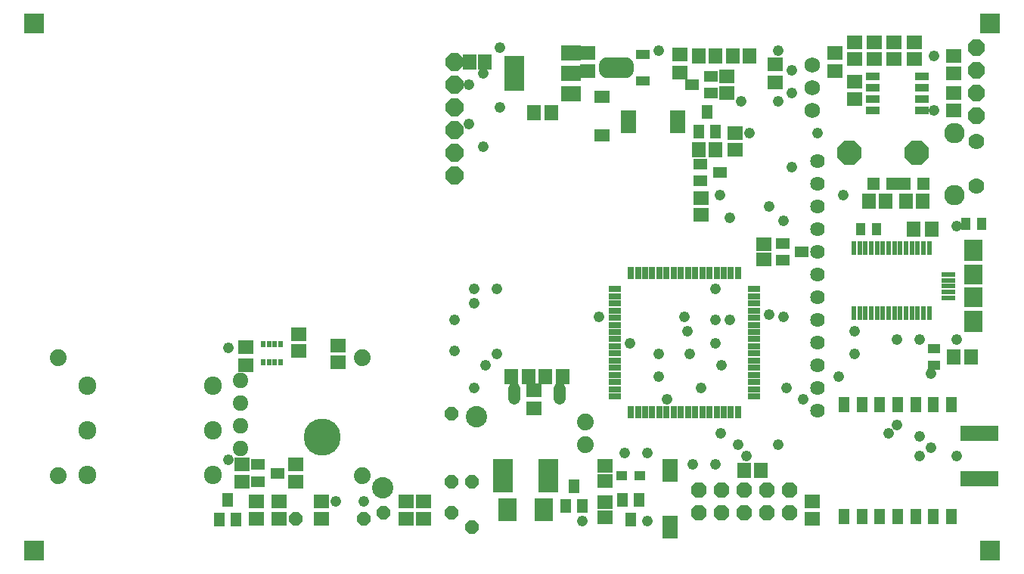
<source format=gbs>
G75*
G70*
%OFA0B0*%
%FSLAX24Y24*%
%IPPOS*%
%LPD*%
%AMOC8*
5,1,8,0,0,1.08239X$1,22.5*
%
%ADD10R,0.1680X0.0680*%
%ADD11C,0.0520*%
%ADD12R,0.0592X0.0710*%
%ADD13R,0.0710X0.0592*%
%ADD14OC8,0.0680*%
%ADD15C,0.0740*%
%ADD16R,0.0550X0.0300*%
%ADD17R,0.0300X0.0550*%
%ADD18R,0.0592X0.0671*%
%ADD19R,0.0395X0.0552*%
%ADD20R,0.0217X0.0630*%
%ADD21R,0.0631X0.0237*%
%ADD22R,0.0828X0.0867*%
%ADD23R,0.0828X0.0946*%
%ADD24R,0.0552X0.0552*%
%ADD25C,0.0680*%
%ADD26OC8,0.0740*%
%ADD27R,0.0671X0.0592*%
%ADD28R,0.0552X0.0395*%
%ADD29R,0.0710X0.0986*%
%ADD30OC8,0.0600*%
%ADD31R,0.0474X0.0631*%
%ADD32R,0.0474X0.0395*%
%ADD33R,0.0789X0.1025*%
%ADD34R,0.0631X0.0474*%
%ADD35R,0.0474X0.0671*%
%ADD36C,0.0940*%
%ADD37C,0.0702*%
%ADD38C,0.1630*%
%ADD39C,0.0612*%
%ADD40R,0.0218X0.0277*%
%ADD41R,0.0592X0.0356*%
%ADD42OC8,0.0780*%
%ADD43C,0.0640*%
%ADD44C,0.0900*%
%ADD45C,0.0700*%
%ADD46R,0.0631X0.0395*%
%ADD47C,0.0660*%
%ADD48R,0.0671X0.1025*%
%ADD49R,0.0870X0.0670*%
%ADD50R,0.0870X0.1580*%
%ADD51OC8,0.1080*%
%ADD52R,0.0659X0.0580*%
%ADD53R,0.0880X0.1480*%
%ADD54R,0.0867X0.0867*%
%ADD55C,0.0476*%
D10*
X042632Y007572D03*
X042632Y009572D03*
D11*
X024132Y011102D02*
X024132Y011542D01*
X022132Y011542D02*
X022132Y011102D01*
D12*
X021988Y012072D03*
X022776Y012072D03*
X023488Y012072D03*
X024276Y012072D03*
X039738Y018572D03*
X040526Y018572D03*
X023776Y023697D03*
X022988Y023697D03*
D13*
X025382Y025554D03*
X025382Y026341D03*
X029429Y026273D03*
X029429Y025486D03*
X033632Y025841D03*
X033632Y025054D03*
X036257Y025554D03*
X036257Y026341D03*
X023007Y011466D03*
X023007Y010679D03*
X017382Y006591D03*
X017382Y005804D03*
X013632Y005804D03*
X013632Y006591D03*
X011757Y006591D03*
X011757Y005804D03*
X010309Y012594D03*
X010309Y013381D03*
X035257Y006591D03*
X035257Y005804D03*
D14*
X034257Y006072D03*
X033257Y006072D03*
X032257Y006072D03*
X031257Y006072D03*
X030257Y006072D03*
X030257Y007072D03*
X031257Y007072D03*
X032257Y007072D03*
X033257Y007072D03*
X034257Y007072D03*
D15*
X025257Y009072D03*
X025257Y010072D03*
X015436Y007716D03*
X015436Y012924D03*
X002044Y012924D03*
X002044Y007716D03*
D16*
X026561Y011210D03*
X026561Y011525D03*
X026561Y011840D03*
X026561Y012155D03*
X026561Y012470D03*
X026561Y012785D03*
X026561Y013100D03*
X026561Y013415D03*
X026561Y013730D03*
X026561Y014045D03*
X026561Y014360D03*
X026561Y014675D03*
X026561Y014990D03*
X026561Y015305D03*
X026561Y015620D03*
X026561Y015934D03*
X032703Y015934D03*
X032703Y015620D03*
X032703Y015305D03*
X032703Y014990D03*
X032703Y014675D03*
X032703Y014360D03*
X032703Y014045D03*
X032703Y013730D03*
X032703Y013415D03*
X032703Y013100D03*
X032703Y012785D03*
X032703Y012470D03*
X032703Y012155D03*
X032703Y011840D03*
X032703Y011525D03*
X032703Y011210D03*
D17*
X031994Y010501D03*
X031679Y010501D03*
X031364Y010501D03*
X031049Y010501D03*
X030734Y010501D03*
X030419Y010501D03*
X030104Y010501D03*
X029789Y010501D03*
X029474Y010501D03*
X029159Y010501D03*
X028844Y010501D03*
X028529Y010501D03*
X028215Y010501D03*
X027900Y010501D03*
X027585Y010501D03*
X027270Y010501D03*
X027270Y016643D03*
X027585Y016643D03*
X027900Y016643D03*
X028215Y016643D03*
X028529Y016643D03*
X028844Y016643D03*
X029159Y016643D03*
X029474Y016643D03*
X029789Y016643D03*
X030104Y016643D03*
X030419Y016643D03*
X030734Y016643D03*
X031049Y016643D03*
X031364Y016643D03*
X031679Y016643D03*
X031994Y016643D03*
D18*
X037758Y019822D03*
X038506Y019822D03*
X039383Y019822D03*
X040131Y019822D03*
X031006Y022072D03*
X030258Y022072D03*
X030258Y026197D03*
X031006Y026197D03*
X031758Y026197D03*
X032506Y026197D03*
X020841Y025947D03*
X020172Y025947D03*
X041508Y012947D03*
X042256Y012947D03*
X033006Y007947D03*
X032258Y007947D03*
D19*
X037402Y018572D03*
X038111Y018572D03*
X042027Y018822D03*
X042736Y018822D03*
D20*
X040420Y017762D03*
X040164Y017762D03*
X039908Y017762D03*
X039652Y017762D03*
X039397Y017762D03*
X039141Y017762D03*
X038885Y017762D03*
X038629Y017762D03*
X038373Y017762D03*
X038117Y017762D03*
X037861Y017762D03*
X037605Y017762D03*
X037349Y017762D03*
X037093Y017762D03*
X037093Y014883D03*
X037349Y014883D03*
X037605Y014883D03*
X037861Y014883D03*
X038117Y014883D03*
X038373Y014883D03*
X038629Y014883D03*
X038885Y014883D03*
X039141Y014883D03*
X039397Y014883D03*
X039652Y014883D03*
X039908Y014883D03*
X040164Y014883D03*
X040420Y014883D03*
D21*
X041260Y015560D03*
X041260Y015816D03*
X041260Y016072D03*
X041260Y016328D03*
X041260Y016584D03*
D22*
X042382Y016564D03*
X042382Y015580D03*
D23*
X042382Y014497D03*
X042382Y017647D03*
D24*
X040170Y020572D03*
X039343Y020572D03*
X038795Y020572D03*
X037968Y020572D03*
D25*
X035257Y023822D03*
X035257Y024822D03*
X035257Y025822D03*
D26*
X042507Y025572D03*
X042507Y024572D03*
X042507Y023572D03*
X042507Y026572D03*
D27*
X041507Y026196D03*
X041507Y025448D03*
X041507Y024571D03*
X041507Y023823D03*
X039757Y026073D03*
X039757Y026821D03*
X038882Y026821D03*
X038882Y026073D03*
X038007Y026073D03*
X037132Y026073D03*
X037132Y026821D03*
X038007Y026821D03*
X037132Y025071D03*
X037132Y024323D03*
X031882Y022821D03*
X031882Y022073D03*
X031507Y024573D03*
X031507Y025321D03*
X030382Y019946D03*
X030382Y019198D03*
X033132Y017907D03*
X033132Y017238D03*
X026132Y008157D03*
X026132Y007488D03*
X026132Y006532D03*
X026132Y005863D03*
X018132Y005823D03*
X018132Y006571D03*
X012507Y007448D03*
X012507Y008196D03*
X010132Y008196D03*
X010132Y007448D03*
X010757Y006571D03*
X010757Y005823D03*
X014382Y012698D03*
X014382Y013446D03*
X012632Y013198D03*
X012632Y013946D03*
D28*
X040632Y013302D03*
X040632Y012593D03*
D29*
X029007Y007937D03*
X029007Y005457D03*
D30*
X020257Y005447D03*
X019382Y006072D03*
X019382Y007447D03*
X020257Y007447D03*
X016382Y006072D03*
X015507Y005822D03*
X012507Y005822D03*
X019382Y010447D03*
D31*
X024757Y007255D03*
X025131Y006389D03*
X024383Y006389D03*
X026883Y006630D03*
X027631Y006630D03*
X027257Y005764D03*
X009881Y005764D03*
X009133Y005764D03*
X009507Y006630D03*
X030258Y022889D03*
X031006Y022889D03*
X030632Y023755D03*
D32*
X027651Y007697D03*
X026863Y007697D03*
D33*
X023429Y006197D03*
X021835Y006197D03*
D34*
X011690Y007822D03*
X010824Y007448D03*
X010824Y008196D03*
X030324Y020698D03*
X030324Y021446D03*
X031190Y021072D03*
X033949Y017946D03*
X034815Y017572D03*
X033949Y017198D03*
X030815Y024573D03*
X029949Y024947D03*
X030815Y025321D03*
D35*
X036672Y010861D03*
X037460Y010861D03*
X038247Y010861D03*
X039034Y010861D03*
X039822Y010861D03*
X040609Y010861D03*
X041397Y010861D03*
X041397Y005900D03*
X040609Y005900D03*
X039822Y005900D03*
X039034Y005900D03*
X038247Y005900D03*
X037460Y005900D03*
X036672Y005900D03*
D36*
X020452Y010323D03*
X016318Y007170D03*
D37*
X008799Y007721D02*
X008799Y007799D01*
X008877Y007799D01*
X008877Y007721D01*
X008799Y007721D01*
X008800Y009689D02*
X008800Y009767D01*
X008878Y009767D01*
X008878Y009689D01*
X008800Y009689D01*
X008800Y011657D02*
X008800Y011735D01*
X008878Y011735D01*
X008878Y011657D01*
X008800Y011657D01*
X003257Y011659D02*
X003257Y011737D01*
X003335Y011737D01*
X003335Y011659D01*
X003257Y011659D01*
X003255Y009764D02*
X003255Y009686D01*
X003255Y009764D02*
X003333Y009764D01*
X003333Y009686D01*
X003255Y009686D01*
X003260Y007798D02*
X003260Y007720D01*
X003260Y007798D02*
X003338Y007798D01*
X003338Y007720D01*
X003260Y007720D01*
D38*
X013678Y009399D03*
D39*
X010087Y008865D02*
X010019Y008865D01*
X010019Y008933D01*
X010087Y008933D01*
X010087Y008865D01*
X010087Y009865D02*
X010019Y009865D01*
X010019Y009933D01*
X010087Y009933D01*
X010087Y009865D01*
X010087Y010865D02*
X010019Y010865D01*
X010019Y010933D01*
X010087Y010933D01*
X010087Y010865D01*
X010087Y011865D02*
X010019Y011865D01*
X010019Y011933D01*
X010087Y011933D01*
X010087Y011865D01*
D40*
X011068Y012711D03*
X011324Y012711D03*
X011580Y012711D03*
X011836Y012711D03*
X011836Y013518D03*
X011580Y013518D03*
X011324Y013518D03*
X011068Y013518D03*
D41*
X037924Y023822D03*
X037924Y024322D03*
X037924Y024822D03*
X037924Y025322D03*
X040090Y025322D03*
X040090Y024822D03*
X040090Y024322D03*
X040090Y023822D03*
D42*
X019507Y023947D03*
X019507Y022947D03*
X019507Y021947D03*
X019507Y020947D03*
X019507Y024947D03*
X019507Y025947D03*
D43*
X035507Y021572D03*
X035507Y020572D03*
X035507Y019572D03*
X035507Y018572D03*
X035507Y017572D03*
X035507Y016572D03*
X035507Y015572D03*
X035507Y014572D03*
X035507Y013572D03*
X035507Y012572D03*
X035507Y011572D03*
X035507Y010572D03*
D44*
X041523Y020069D03*
X041523Y022825D03*
D45*
X042507Y022432D03*
X042507Y020463D03*
D46*
X027787Y025107D03*
X027787Y026287D03*
D47*
X026209Y025807D02*
X026209Y025587D01*
X026209Y025807D02*
X027065Y025807D01*
X027065Y025587D01*
X026209Y025587D01*
D48*
X027174Y023322D03*
X029340Y023322D03*
D49*
X024622Y024537D03*
X024622Y025437D03*
X024622Y026337D03*
D50*
X022142Y025447D03*
D51*
X036902Y021947D03*
X039862Y021947D03*
D52*
X026007Y022726D03*
X026007Y024419D03*
D53*
X023632Y007697D03*
X021632Y007697D03*
D54*
X000974Y004415D03*
X000974Y027643D03*
X043100Y027643D03*
X043100Y004415D03*
D55*
X041632Y008572D03*
X040507Y008947D03*
X040007Y008572D03*
X040007Y009447D03*
X039007Y009947D03*
X038632Y009572D03*
X036444Y012072D03*
X037132Y013072D03*
X037132Y014072D03*
X039007Y013697D03*
X040007Y013697D03*
X041632Y013697D03*
X040507Y012197D03*
X034882Y011072D03*
X034132Y011572D03*
X031257Y012572D03*
X031007Y013550D03*
X029882Y013072D03*
X029757Y014072D03*
X029632Y014697D03*
X031007Y014572D03*
X031632Y014572D03*
X033382Y014822D03*
X034007Y014697D03*
X031007Y015947D03*
X027234Y013550D03*
X028507Y013072D03*
X028507Y012072D03*
X028882Y011072D03*
X030382Y011572D03*
X031239Y009572D03*
X032007Y009072D03*
X032382Y008572D03*
X031007Y008197D03*
X030007Y008197D03*
X028007Y008697D03*
X027007Y008697D03*
X028007Y005697D03*
X025132Y005697D03*
X033757Y009072D03*
X025882Y014697D03*
X021382Y015947D03*
X020382Y015947D03*
X020382Y015322D03*
X019507Y014572D03*
X019507Y013197D03*
X020882Y012572D03*
X021382Y013072D03*
X020382Y011572D03*
X015507Y006572D03*
X014257Y006572D03*
X009547Y008413D03*
X009547Y013350D03*
X020757Y022197D03*
X020132Y023197D03*
X021507Y023947D03*
X020132Y024947D03*
X020757Y025447D03*
X021507Y026572D03*
X028507Y026447D03*
X032132Y024197D03*
X033757Y024197D03*
X034382Y024572D03*
X034382Y025572D03*
X033757Y026447D03*
X032507Y022822D03*
X034382Y021322D03*
X035507Y022822D03*
X036632Y020072D03*
X034007Y018947D03*
X033382Y019572D03*
X031632Y019072D03*
X031199Y020072D03*
X040632Y023822D03*
X040632Y026197D03*
X041632Y018697D03*
M02*

</source>
